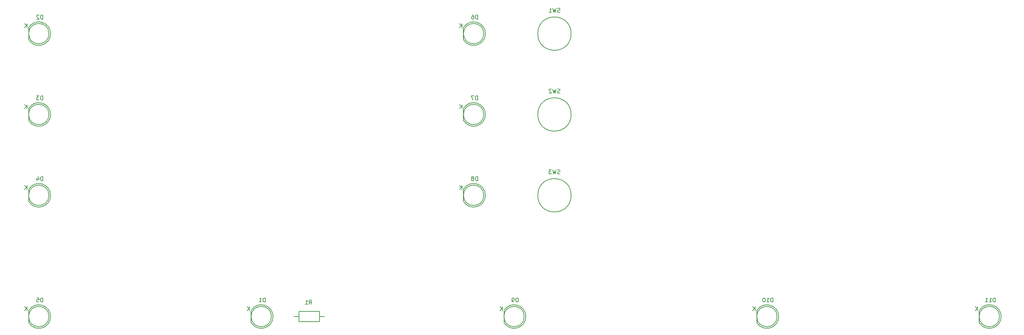
<source format=gbo>
G04 #@! TF.FileFunction,Legend,Bot*
%FSLAX46Y46*%
G04 Gerber Fmt 4.6, Leading zero omitted, Abs format (unit mm)*
G04 Created by KiCad (PCBNEW no-vcs-found-product) date Mo 29 Aug 2016 16:25:23 CEST*
%MOMM*%
G01*
G04 APERTURE LIST*
%ADD10C,0.100000*%
%ADD11C,0.150000*%
G04 APERTURE END LIST*
D10*
D11*
X85035112Y-118475096D02*
G75*
G02X85020000Y-121500000I2484888J-1524904D01*
G01*
X85020000Y-118500000D02*
X85020000Y-121500000D01*
X90037936Y-120000000D02*
G75*
G03X90037936Y-120000000I-2517936J0D01*
G01*
X30035112Y-48475096D02*
G75*
G02X30020000Y-51500000I2484888J-1524904D01*
G01*
X30020000Y-48500000D02*
X30020000Y-51500000D01*
X35037936Y-50000000D02*
G75*
G03X35037936Y-50000000I-2517936J0D01*
G01*
X30035112Y-68475096D02*
G75*
G02X30020000Y-71500000I2484888J-1524904D01*
G01*
X30020000Y-68500000D02*
X30020000Y-71500000D01*
X35037936Y-70000000D02*
G75*
G03X35037936Y-70000000I-2517936J0D01*
G01*
X30035112Y-88475096D02*
G75*
G02X30020000Y-91500000I2484888J-1524904D01*
G01*
X30020000Y-88500000D02*
X30020000Y-91500000D01*
X35037936Y-90000000D02*
G75*
G03X35037936Y-90000000I-2517936J0D01*
G01*
X30035112Y-118475096D02*
G75*
G02X30020000Y-121500000I2484888J-1524904D01*
G01*
X30020000Y-118500000D02*
X30020000Y-121500000D01*
X35037936Y-120000000D02*
G75*
G03X35037936Y-120000000I-2517936J0D01*
G01*
X137535112Y-48475096D02*
G75*
G02X137520000Y-51500000I2484888J-1524904D01*
G01*
X137520000Y-48500000D02*
X137520000Y-51500000D01*
X142537936Y-50000000D02*
G75*
G03X142537936Y-50000000I-2517936J0D01*
G01*
X137535112Y-68475096D02*
G75*
G02X137520000Y-71500000I2484888J-1524904D01*
G01*
X137520000Y-68500000D02*
X137520000Y-71500000D01*
X142537936Y-70000000D02*
G75*
G03X142537936Y-70000000I-2517936J0D01*
G01*
X137535112Y-88475096D02*
G75*
G02X137520000Y-91500000I2484888J-1524904D01*
G01*
X137520000Y-88500000D02*
X137520000Y-91500000D01*
X142537936Y-90000000D02*
G75*
G03X142537936Y-90000000I-2517936J0D01*
G01*
X147535112Y-118475096D02*
G75*
G02X147520000Y-121500000I2484888J-1524904D01*
G01*
X147520000Y-118500000D02*
X147520000Y-121500000D01*
X152537936Y-120000000D02*
G75*
G03X152537936Y-120000000I-2517936J0D01*
G01*
X210035112Y-118475096D02*
G75*
G02X210020000Y-121500000I2484888J-1524904D01*
G01*
X210020000Y-118500000D02*
X210020000Y-121500000D01*
X215037936Y-120000000D02*
G75*
G03X215037936Y-120000000I-2517936J0D01*
G01*
X265035112Y-118475096D02*
G75*
G02X265020000Y-121500000I2484888J-1524904D01*
G01*
X265020000Y-118500000D02*
X265020000Y-121500000D01*
X270037936Y-120000000D02*
G75*
G03X270037936Y-120000000I-2517936J0D01*
G01*
X101960000Y-118730000D02*
X96880000Y-118730000D01*
X96880000Y-118730000D02*
X96880000Y-121270000D01*
X96880000Y-121270000D02*
X101960000Y-121270000D01*
X101960000Y-121270000D02*
X101960000Y-118730000D01*
X101960000Y-120000000D02*
X103230000Y-120000000D01*
X96880000Y-120000000D02*
X95610000Y-120000000D01*
X164123106Y-50000000D02*
G75*
G03X164123106Y-50000000I-4123106J0D01*
G01*
X164123106Y-70000000D02*
G75*
G03X164123106Y-70000000I-4123106J0D01*
G01*
X164123106Y-90000000D02*
G75*
G03X164123106Y-90000000I-4123106J0D01*
G01*
X88512095Y-116388381D02*
X88512095Y-115388381D01*
X88274000Y-115388381D01*
X88131142Y-115436000D01*
X88035904Y-115531238D01*
X87988285Y-115626476D01*
X87940666Y-115816952D01*
X87940666Y-115959810D01*
X87988285Y-116150286D01*
X88035904Y-116245524D01*
X88131142Y-116340762D01*
X88274000Y-116388381D01*
X88512095Y-116388381D01*
X86988285Y-116388381D02*
X87559714Y-116388381D01*
X87274000Y-116388381D02*
X87274000Y-115388381D01*
X87369238Y-115531238D01*
X87464476Y-115626476D01*
X87559714Y-115674095D01*
X84606905Y-118547381D02*
X84606905Y-117547381D01*
X84035476Y-118547381D02*
X84464048Y-117975952D01*
X84035476Y-117547381D02*
X84606905Y-118118810D01*
X33512095Y-46388381D02*
X33512095Y-45388381D01*
X33274000Y-45388381D01*
X33131142Y-45436000D01*
X33035904Y-45531238D01*
X32988285Y-45626476D01*
X32940666Y-45816952D01*
X32940666Y-45959810D01*
X32988285Y-46150286D01*
X33035904Y-46245524D01*
X33131142Y-46340762D01*
X33274000Y-46388381D01*
X33512095Y-46388381D01*
X32559714Y-45483619D02*
X32512095Y-45436000D01*
X32416857Y-45388381D01*
X32178761Y-45388381D01*
X32083523Y-45436000D01*
X32035904Y-45483619D01*
X31988285Y-45578857D01*
X31988285Y-45674095D01*
X32035904Y-45816952D01*
X32607333Y-46388381D01*
X31988285Y-46388381D01*
X29606905Y-48547381D02*
X29606905Y-47547381D01*
X29035476Y-48547381D02*
X29464048Y-47975952D01*
X29035476Y-47547381D02*
X29606905Y-48118810D01*
X33512095Y-66388381D02*
X33512095Y-65388381D01*
X33274000Y-65388381D01*
X33131142Y-65436000D01*
X33035904Y-65531238D01*
X32988285Y-65626476D01*
X32940666Y-65816952D01*
X32940666Y-65959810D01*
X32988285Y-66150286D01*
X33035904Y-66245524D01*
X33131142Y-66340762D01*
X33274000Y-66388381D01*
X33512095Y-66388381D01*
X32607333Y-65388381D02*
X31988285Y-65388381D01*
X32321619Y-65769333D01*
X32178761Y-65769333D01*
X32083523Y-65816952D01*
X32035904Y-65864571D01*
X31988285Y-65959810D01*
X31988285Y-66197905D01*
X32035904Y-66293143D01*
X32083523Y-66340762D01*
X32178761Y-66388381D01*
X32464476Y-66388381D01*
X32559714Y-66340762D01*
X32607333Y-66293143D01*
X29606905Y-68547381D02*
X29606905Y-67547381D01*
X29035476Y-68547381D02*
X29464048Y-67975952D01*
X29035476Y-67547381D02*
X29606905Y-68118810D01*
X33512095Y-86388381D02*
X33512095Y-85388381D01*
X33274000Y-85388381D01*
X33131142Y-85436000D01*
X33035904Y-85531238D01*
X32988285Y-85626476D01*
X32940666Y-85816952D01*
X32940666Y-85959810D01*
X32988285Y-86150286D01*
X33035904Y-86245524D01*
X33131142Y-86340762D01*
X33274000Y-86388381D01*
X33512095Y-86388381D01*
X32083523Y-85721714D02*
X32083523Y-86388381D01*
X32321619Y-85340762D02*
X32559714Y-86055048D01*
X31940666Y-86055048D01*
X29606905Y-88547381D02*
X29606905Y-87547381D01*
X29035476Y-88547381D02*
X29464048Y-87975952D01*
X29035476Y-87547381D02*
X29606905Y-88118810D01*
X33512095Y-116388381D02*
X33512095Y-115388381D01*
X33274000Y-115388381D01*
X33131142Y-115436000D01*
X33035904Y-115531238D01*
X32988285Y-115626476D01*
X32940666Y-115816952D01*
X32940666Y-115959810D01*
X32988285Y-116150286D01*
X33035904Y-116245524D01*
X33131142Y-116340762D01*
X33274000Y-116388381D01*
X33512095Y-116388381D01*
X32035904Y-115388381D02*
X32512095Y-115388381D01*
X32559714Y-115864571D01*
X32512095Y-115816952D01*
X32416857Y-115769333D01*
X32178761Y-115769333D01*
X32083523Y-115816952D01*
X32035904Y-115864571D01*
X31988285Y-115959810D01*
X31988285Y-116197905D01*
X32035904Y-116293143D01*
X32083523Y-116340762D01*
X32178761Y-116388381D01*
X32416857Y-116388381D01*
X32512095Y-116340762D01*
X32559714Y-116293143D01*
X29606905Y-118547381D02*
X29606905Y-117547381D01*
X29035476Y-118547381D02*
X29464048Y-117975952D01*
X29035476Y-117547381D02*
X29606905Y-118118810D01*
X141012095Y-46388381D02*
X141012095Y-45388381D01*
X140774000Y-45388381D01*
X140631142Y-45436000D01*
X140535904Y-45531238D01*
X140488285Y-45626476D01*
X140440666Y-45816952D01*
X140440666Y-45959810D01*
X140488285Y-46150286D01*
X140535904Y-46245524D01*
X140631142Y-46340762D01*
X140774000Y-46388381D01*
X141012095Y-46388381D01*
X139583523Y-45388381D02*
X139774000Y-45388381D01*
X139869238Y-45436000D01*
X139916857Y-45483619D01*
X140012095Y-45626476D01*
X140059714Y-45816952D01*
X140059714Y-46197905D01*
X140012095Y-46293143D01*
X139964476Y-46340762D01*
X139869238Y-46388381D01*
X139678761Y-46388381D01*
X139583523Y-46340762D01*
X139535904Y-46293143D01*
X139488285Y-46197905D01*
X139488285Y-45959810D01*
X139535904Y-45864571D01*
X139583523Y-45816952D01*
X139678761Y-45769333D01*
X139869238Y-45769333D01*
X139964476Y-45816952D01*
X140012095Y-45864571D01*
X140059714Y-45959810D01*
X137106905Y-48547381D02*
X137106905Y-47547381D01*
X136535476Y-48547381D02*
X136964048Y-47975952D01*
X136535476Y-47547381D02*
X137106905Y-48118810D01*
X141012095Y-66388381D02*
X141012095Y-65388381D01*
X140774000Y-65388381D01*
X140631142Y-65436000D01*
X140535904Y-65531238D01*
X140488285Y-65626476D01*
X140440666Y-65816952D01*
X140440666Y-65959810D01*
X140488285Y-66150286D01*
X140535904Y-66245524D01*
X140631142Y-66340762D01*
X140774000Y-66388381D01*
X141012095Y-66388381D01*
X140107333Y-65388381D02*
X139440666Y-65388381D01*
X139869238Y-66388381D01*
X137106905Y-68547381D02*
X137106905Y-67547381D01*
X136535476Y-68547381D02*
X136964048Y-67975952D01*
X136535476Y-67547381D02*
X137106905Y-68118810D01*
X141012095Y-86388381D02*
X141012095Y-85388381D01*
X140774000Y-85388381D01*
X140631142Y-85436000D01*
X140535904Y-85531238D01*
X140488285Y-85626476D01*
X140440666Y-85816952D01*
X140440666Y-85959810D01*
X140488285Y-86150286D01*
X140535904Y-86245524D01*
X140631142Y-86340762D01*
X140774000Y-86388381D01*
X141012095Y-86388381D01*
X139869238Y-85816952D02*
X139964476Y-85769333D01*
X140012095Y-85721714D01*
X140059714Y-85626476D01*
X140059714Y-85578857D01*
X140012095Y-85483619D01*
X139964476Y-85436000D01*
X139869238Y-85388381D01*
X139678761Y-85388381D01*
X139583523Y-85436000D01*
X139535904Y-85483619D01*
X139488285Y-85578857D01*
X139488285Y-85626476D01*
X139535904Y-85721714D01*
X139583523Y-85769333D01*
X139678761Y-85816952D01*
X139869238Y-85816952D01*
X139964476Y-85864571D01*
X140012095Y-85912190D01*
X140059714Y-86007429D01*
X140059714Y-86197905D01*
X140012095Y-86293143D01*
X139964476Y-86340762D01*
X139869238Y-86388381D01*
X139678761Y-86388381D01*
X139583523Y-86340762D01*
X139535904Y-86293143D01*
X139488285Y-86197905D01*
X139488285Y-86007429D01*
X139535904Y-85912190D01*
X139583523Y-85864571D01*
X139678761Y-85816952D01*
X137106905Y-88547381D02*
X137106905Y-87547381D01*
X136535476Y-88547381D02*
X136964048Y-87975952D01*
X136535476Y-87547381D02*
X137106905Y-88118810D01*
X151012095Y-116388381D02*
X151012095Y-115388381D01*
X150774000Y-115388381D01*
X150631142Y-115436000D01*
X150535904Y-115531238D01*
X150488285Y-115626476D01*
X150440666Y-115816952D01*
X150440666Y-115959810D01*
X150488285Y-116150286D01*
X150535904Y-116245524D01*
X150631142Y-116340762D01*
X150774000Y-116388381D01*
X151012095Y-116388381D01*
X149964476Y-116388381D02*
X149774000Y-116388381D01*
X149678761Y-116340762D01*
X149631142Y-116293143D01*
X149535904Y-116150286D01*
X149488285Y-115959810D01*
X149488285Y-115578857D01*
X149535904Y-115483619D01*
X149583523Y-115436000D01*
X149678761Y-115388381D01*
X149869238Y-115388381D01*
X149964476Y-115436000D01*
X150012095Y-115483619D01*
X150059714Y-115578857D01*
X150059714Y-115816952D01*
X150012095Y-115912190D01*
X149964476Y-115959810D01*
X149869238Y-116007429D01*
X149678761Y-116007429D01*
X149583523Y-115959810D01*
X149535904Y-115912190D01*
X149488285Y-115816952D01*
X147106905Y-118547381D02*
X147106905Y-117547381D01*
X146535476Y-118547381D02*
X146964048Y-117975952D01*
X146535476Y-117547381D02*
X147106905Y-118118810D01*
X213988286Y-116388381D02*
X213988286Y-115388381D01*
X213750191Y-115388381D01*
X213607333Y-115436000D01*
X213512095Y-115531238D01*
X213464476Y-115626476D01*
X213416857Y-115816952D01*
X213416857Y-115959810D01*
X213464476Y-116150286D01*
X213512095Y-116245524D01*
X213607333Y-116340762D01*
X213750191Y-116388381D01*
X213988286Y-116388381D01*
X212464476Y-116388381D02*
X213035905Y-116388381D01*
X212750191Y-116388381D02*
X212750191Y-115388381D01*
X212845429Y-115531238D01*
X212940667Y-115626476D01*
X213035905Y-115674095D01*
X211845429Y-115388381D02*
X211750190Y-115388381D01*
X211654952Y-115436000D01*
X211607333Y-115483619D01*
X211559714Y-115578857D01*
X211512095Y-115769333D01*
X211512095Y-116007429D01*
X211559714Y-116197905D01*
X211607333Y-116293143D01*
X211654952Y-116340762D01*
X211750190Y-116388381D01*
X211845429Y-116388381D01*
X211940667Y-116340762D01*
X211988286Y-116293143D01*
X212035905Y-116197905D01*
X212083524Y-116007429D01*
X212083524Y-115769333D01*
X212035905Y-115578857D01*
X211988286Y-115483619D01*
X211940667Y-115436000D01*
X211845429Y-115388381D01*
X209606905Y-118547381D02*
X209606905Y-117547381D01*
X209035476Y-118547381D02*
X209464048Y-117975952D01*
X209035476Y-117547381D02*
X209606905Y-118118810D01*
X268988286Y-116388381D02*
X268988286Y-115388381D01*
X268750191Y-115388381D01*
X268607333Y-115436000D01*
X268512095Y-115531238D01*
X268464476Y-115626476D01*
X268416857Y-115816952D01*
X268416857Y-115959810D01*
X268464476Y-116150286D01*
X268512095Y-116245524D01*
X268607333Y-116340762D01*
X268750191Y-116388381D01*
X268988286Y-116388381D01*
X267464476Y-116388381D02*
X268035905Y-116388381D01*
X267750191Y-116388381D02*
X267750191Y-115388381D01*
X267845429Y-115531238D01*
X267940667Y-115626476D01*
X268035905Y-115674095D01*
X266512095Y-116388381D02*
X267083524Y-116388381D01*
X266797810Y-116388381D02*
X266797810Y-115388381D01*
X266893048Y-115531238D01*
X266988286Y-115626476D01*
X267083524Y-115674095D01*
X264606905Y-118547381D02*
X264606905Y-117547381D01*
X264035476Y-118547381D02*
X264464048Y-117975952D01*
X264035476Y-117547381D02*
X264606905Y-118118810D01*
X99337746Y-116952261D02*
X99671080Y-116476070D01*
X99909175Y-116952261D02*
X99909175Y-115952261D01*
X99528222Y-115952261D01*
X99432984Y-115999880D01*
X99385365Y-116047499D01*
X99337746Y-116142737D01*
X99337746Y-116285594D01*
X99385365Y-116380832D01*
X99432984Y-116428451D01*
X99528222Y-116476070D01*
X99909175Y-116476070D01*
X98385365Y-116952261D02*
X98956794Y-116952261D01*
X98671080Y-116952261D02*
X98671080Y-115952261D01*
X98766318Y-116095118D01*
X98861556Y-116190356D01*
X98956794Y-116237975D01*
X161333333Y-44654762D02*
X161190476Y-44702381D01*
X160952380Y-44702381D01*
X160857142Y-44654762D01*
X160809523Y-44607143D01*
X160761904Y-44511905D01*
X160761904Y-44416667D01*
X160809523Y-44321429D01*
X160857142Y-44273810D01*
X160952380Y-44226190D01*
X161142857Y-44178571D01*
X161238095Y-44130952D01*
X161285714Y-44083333D01*
X161333333Y-43988095D01*
X161333333Y-43892857D01*
X161285714Y-43797619D01*
X161238095Y-43750000D01*
X161142857Y-43702381D01*
X160904761Y-43702381D01*
X160761904Y-43750000D01*
X160428571Y-43702381D02*
X160190476Y-44702381D01*
X159999999Y-43988095D01*
X159809523Y-44702381D01*
X159571428Y-43702381D01*
X158666666Y-44702381D02*
X159238095Y-44702381D01*
X158952381Y-44702381D02*
X158952381Y-43702381D01*
X159047619Y-43845238D01*
X159142857Y-43940476D01*
X159238095Y-43988095D01*
X161333333Y-64654762D02*
X161190476Y-64702381D01*
X160952380Y-64702381D01*
X160857142Y-64654762D01*
X160809523Y-64607143D01*
X160761904Y-64511905D01*
X160761904Y-64416667D01*
X160809523Y-64321429D01*
X160857142Y-64273810D01*
X160952380Y-64226190D01*
X161142857Y-64178571D01*
X161238095Y-64130952D01*
X161285714Y-64083333D01*
X161333333Y-63988095D01*
X161333333Y-63892857D01*
X161285714Y-63797619D01*
X161238095Y-63750000D01*
X161142857Y-63702381D01*
X160904761Y-63702381D01*
X160761904Y-63750000D01*
X160428571Y-63702381D02*
X160190476Y-64702381D01*
X159999999Y-63988095D01*
X159809523Y-64702381D01*
X159571428Y-63702381D01*
X159238095Y-63797619D02*
X159190476Y-63750000D01*
X159095238Y-63702381D01*
X158857142Y-63702381D01*
X158761904Y-63750000D01*
X158714285Y-63797619D01*
X158666666Y-63892857D01*
X158666666Y-63988095D01*
X158714285Y-64130952D01*
X159285714Y-64702381D01*
X158666666Y-64702381D01*
X161333333Y-84654762D02*
X161190476Y-84702381D01*
X160952380Y-84702381D01*
X160857142Y-84654762D01*
X160809523Y-84607143D01*
X160761904Y-84511905D01*
X160761904Y-84416667D01*
X160809523Y-84321429D01*
X160857142Y-84273810D01*
X160952380Y-84226190D01*
X161142857Y-84178571D01*
X161238095Y-84130952D01*
X161285714Y-84083333D01*
X161333333Y-83988095D01*
X161333333Y-83892857D01*
X161285714Y-83797619D01*
X161238095Y-83750000D01*
X161142857Y-83702381D01*
X160904761Y-83702381D01*
X160761904Y-83750000D01*
X160428571Y-83702381D02*
X160190476Y-84702381D01*
X159999999Y-83988095D01*
X159809523Y-84702381D01*
X159571428Y-83702381D01*
X159285714Y-83702381D02*
X158666666Y-83702381D01*
X159000000Y-84083333D01*
X158857142Y-84083333D01*
X158761904Y-84130952D01*
X158714285Y-84178571D01*
X158666666Y-84273810D01*
X158666666Y-84511905D01*
X158714285Y-84607143D01*
X158761904Y-84654762D01*
X158857142Y-84702381D01*
X159142857Y-84702381D01*
X159238095Y-84654762D01*
X159285714Y-84607143D01*
M02*

</source>
